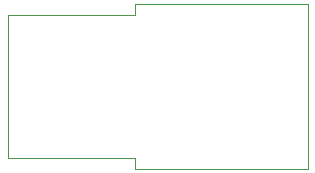
<source format=gko>
G75*
G70*
%OFA0B0*%
%FSLAX24Y24*%
%IPPOS*%
%LPD*%
%AMOC8*
5,1,8,0,0,1.08239X$1,22.5*
%
%ADD10C,0.0000*%
D10*
X000101Y000542D02*
X000101Y005292D01*
X004351Y005292D01*
X004351Y005667D01*
X010101Y005667D01*
X010101Y000167D01*
X004351Y000167D01*
X004351Y000542D01*
X000101Y000542D01*
M02*

</source>
